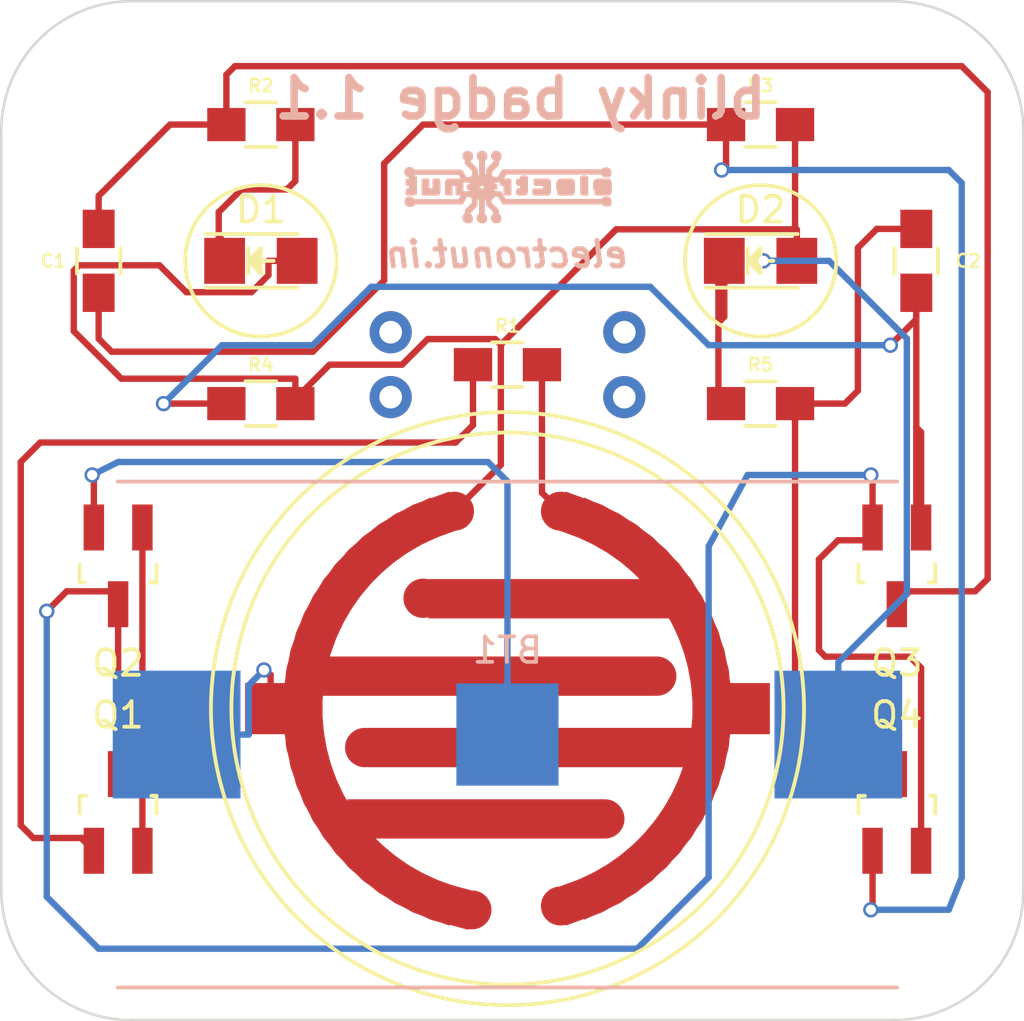
<source format=kicad_pcb>
(kicad_pcb (version 20171130) (host pcbnew "(5.1.12)-1")
  (layers (0 F.Cu signal) (31 B.Cu signal) (34 B.Paste user hide) (35 F.Paste user hide) (36 B.SilkS user hide) (37 F.SilkS user hide) (38 B.Mask user hide) (39 F.Mask user hide) (44 Edge.Cuts user))
  (net 0 "")
  (net 1 "Net-(C1-Pad1)")
  (net 2 "Net-(C1-Pad2)")
  (net 3 "Net-(C2-Pad1)")
  (net 4 "Net-(C2-Pad2)")
  (net 5 "Net-(D1-Pad1)")
  (net 6 "Net-(D2-Pad1)")
  (net 7 "Net-(Q1-Pad1)")
  (net 8 "Net-(Q1-Pad2)")
  (net 9 "Net-(Q1-Pad3)")
  (net 10 GND)
  (net 11 "Net-(R1-Pad1)")
  (net 12 VCC)
  (module bb:CR2032-SMD (layer B.Cu) (at 148.082 120.396)
    (fp_text reference BT1 (at 0 -3.302) (layer B.SilkS) (effects (justify mirror)))
    (fp_text value Battery hide)
    (pad 1 smd rect (at 12.95 0) (size 5 5) (layers B.Cu B.Paste B.Mask) (net 12 VCC))
    (pad 2 smd rect (at 0 0) (size 4 4) (layers B.Cu B.Paste B.Mask) (net 10 GND))
    (pad 1 smd rect (at -12.95 0) (size 5 5) (layers B.Cu B.Paste B.Mask) (net 12 VCC))
  )
  (module bb:H2-2.54 (layer F.Cu) (at 152.654 105.918)
    (fp_text reference J2_2 hide)
    (fp_text value Val** hide)
    (pad 1 thru_hole circle (at 0 -1.27) (size 1.651 1.651) (drill 0.889) (layers *.Cu *.Mask))
    (pad 2 thru_hole circle (at 0 1.27) (size 1.651 1.651) (drill 0.889) (layers *.Cu *.Mask))
  )
  (module bb:H2-2.54 (layer F.Cu) (at 143.51 105.918)
    (fp_text reference J2 hide)
    (fp_text value Val** hide)
    (pad 1 thru_hole circle (at 0 -1.27) (size 1.651 1.651) (drill 0.889) (layers *.Cu *.Mask))
    (pad 2 thru_hole circle (at 0 1.27) (size 1.651 1.651) (drill 0.889) (layers *.Cu *.Mask))
  )
  (module Capacitors_SMD:C_0805_HandSoldering (layer F.Cu) (at 132.08 101.854 90)
    (fp_text reference C1 (at 0 -1.778 180) (layer F.SilkS) (effects (font (size 0.5 0.5) (thickness 0.1))))
    (fp_text value 22uF hide)
    (pad 1 smd rect (at -1.25 0 90) (size 1.5 1.25) (layers F.Cu F.Paste F.Mask) (net 1 "Net-(C1-Pad1)"))
    (pad 2 smd rect (at 1.25 0 90) (size 1.5 1.25) (layers F.Cu F.Paste F.Mask) (net 2 "Net-(C1-Pad2)"))
  )
  (module Capacitors_SMD:C_0805_HandSoldering (layer F.Cu) (at 164.084 101.854 270)
    (fp_text reference C2 (at 0 -2.032) (layer F.SilkS) (effects (font (size 0.5 0.5) (thickness 0.1))))
    (fp_text value 22uF hide)
    (pad 1 smd rect (at -1.25 0 270) (size 1.5 1.25) (layers F.Cu F.Paste F.Mask) (net 3 "Net-(C2-Pad1)"))
    (pad 2 smd rect (at 1.25 0 270) (size 1.5 1.25) (layers F.Cu F.Paste F.Mask) (net 4 "Net-(C2-Pad2)"))
  )
  (module Resistors_SMD:R_0805_HandSoldering (layer F.Cu) (at 148.082 105.918 180)
    (fp_text reference R1 (at 0 1.524 180) (layer F.SilkS) (effects (font (size 0.5 0.5) (thickness 0.1))))
    (fp_text value 100k hide)
    (pad 1 smd rect (at -1.35 0 180) (size 1.5 1.3) (layers F.Cu F.Paste F.Mask) (net 11 "Net-(R1-Pad1)"))
    (pad 2 smd rect (at 1.35 0 180) (size 1.5 1.3) (layers F.Cu F.Paste F.Mask) (net 8 "Net-(Q1-Pad2)"))
  )
  (module Resistors_SMD:R_0805_HandSoldering (layer F.Cu) (at 138.43 96.52 180)
    (fp_text reference R2 (at 0 1.524 180) (layer F.SilkS) (effects (font (size 0.5 0.5) (thickness 0.1))))
    (fp_text value 100 hide)
    (pad 1 smd rect (at -1.35 0 180) (size 1.5 1.3) (layers F.Cu F.Paste F.Mask) (net 5 "Net-(D1-Pad1)"))
    (pad 2 smd rect (at 1.35 0 180) (size 1.5 1.3) (layers F.Cu F.Paste F.Mask) (net 2 "Net-(C1-Pad2)"))
  )
  (module Resistors_SMD:R_0805_HandSoldering (layer F.Cu) (at 157.988 96.52 180)
    (fp_text reference R3 (at 0 1.524 180) (layer F.SilkS) (effects (font (size 0.5 0.5) (thickness 0.1))))
    (fp_text value 47k hide)
    (pad 1 smd rect (at -1.35 0 180) (size 1.5 1.3) (layers F.Cu F.Paste F.Mask) (net 12 VCC))
    (pad 2 smd rect (at 1.35 0 180) (size 1.5 1.3) (layers F.Cu F.Paste F.Mask) (net 1 "Net-(C1-Pad1)"))
  )
  (module Resistors_SMD:R_0805_HandSoldering (layer F.Cu) (at 138.43 107.442 180)
    (fp_text reference R4 (at 0 1.524 180) (layer F.SilkS) (effects (font (size 0.5 0.5) (thickness 0.1))))
    (fp_text value 47k hide)
    (pad 1 smd rect (at -1.35 0 180) (size 1.5 1.3) (layers F.Cu F.Paste F.Mask) (net 12 VCC))
    (pad 2 smd rect (at 1.35 0 180) (size 1.5 1.3) (layers F.Cu F.Paste F.Mask) (net 4 "Net-(C2-Pad2)"))
  )
  (module Resistors_SMD:R_0805_HandSoldering (layer F.Cu) (at 157.988 107.442)
    (fp_text reference R5 (at 0 -1.524) (layer F.SilkS) (effects (font (size 0.5 0.5) (thickness 0.1))))
    (fp_text value 100 hide)
    (pad 1 smd rect (at -1.35 0) (size 1.5 1.3) (layers F.Cu F.Paste F.Mask) (net 6 "Net-(D2-Pad1)"))
    (pad 2 smd rect (at 1.35 0) (size 1.5 1.3) (layers F.Cu F.Paste F.Mask) (net 3 "Net-(C2-Pad1)"))
  )
  (module bb:TouchPlate-10mm (layer F.Cu) (at 148.082 119.38)
    (fp_text reference TP1 hide)
    (fp_text value Touch_Plate hide)
    (pad 2 smd rect (at 1.016 1.524) (size 13 1.54) (layers F.Cu F.Paste F.Mask) (net 11 "Net-(R1-Pad1)"))
    (pad 1 smd rect (at -0.762 -1.27) (size 13 1.54) (layers F.Cu F.Paste F.Mask) (net 12 VCC))
    (pad 1 smd rect (at -1.27 4.318) (size 10 1.54) (layers F.Cu F.Paste F.Mask) (net 12 VCC))
    (pad 1 smd rect (at -9.271 0) (size 2 2) (layers F.Cu F.Paste F.Mask) (net 12 VCC))
    (pad 2 smd circle (at 2.071 -7.727 255) (size 1.524 1.524) (layers F.Cu F.Paste F.Mask) (net 11 "Net-(R1-Pad1)"))
    (pad 2 smd rect (at 2.736 -7.518 250) (size 1.524 1.524) (layers F.Cu F.Paste F.Mask) (net 11 "Net-(R1-Pad1)"))
    (pad 2 smd rect (at 3.381 -7.25 245) (size 1.524 1.524) (layers F.Cu F.Paste F.Mask) (net 11 "Net-(R1-Pad1)"))
    (pad 2 smd rect (at 4 -6.928 240) (size 1.524 1.524) (layers F.Cu F.Paste F.Mask) (net 11 "Net-(R1-Pad1)"))
    (pad 2 smd rect (at 4.589 -6.553 235) (size 1.524 1.524) (layers F.Cu F.Paste F.Mask) (net 11 "Net-(R1-Pad1)"))
    (pad 2 smd rect (at 5.142 -6.128 230) (size 1.524 1.524) (layers F.Cu F.Paste F.Mask) (net 11 "Net-(R1-Pad1)"))
    (pad 2 smd rect (at 5.657 -5.657 225) (size 1.524 1.524) (layers F.Cu F.Paste F.Mask) (net 11 "Net-(R1-Pad1)"))
    (pad 2 smd rect (at 6.128 -5.142 220) (size 1.524 1.524) (layers F.Cu F.Paste F.Mask) (net 11 "Net-(R1-Pad1)"))
    (pad 2 smd rect (at 6.553 -4.589 215) (size 1.524 1.524) (layers F.Cu F.Paste F.Mask) (net 11 "Net-(R1-Pad1)"))
    (pad 2 smd rect (at 6.928 -4 210) (size 1.524 1.524) (layers F.Cu F.Paste F.Mask) (net 11 "Net-(R1-Pad1)"))
    (pad 2 smd rect (at 7.25 -3.381 205) (size 1.524 1.524) (layers F.Cu F.Paste F.Mask) (net 11 "Net-(R1-Pad1)"))
    (pad 2 smd rect (at 7.518 -2.736 200) (size 1.524 1.524) (layers F.Cu F.Paste F.Mask) (net 11 "Net-(R1-Pad1)"))
    (pad 2 smd rect (at 7.727 -2.071 195) (size 1.524 1.524) (layers F.Cu F.Paste F.Mask) (net 11 "Net-(R1-Pad1)"))
    (pad 2 smd rect (at 7.878 -1.389 190) (size 1.524 1.524) (layers F.Cu F.Paste F.Mask) (net 11 "Net-(R1-Pad1)"))
    (pad 2 smd rect (at 7.97 -0.697 185) (size 1.524 1.524) (layers F.Cu F.Paste F.Mask) (net 11 "Net-(R1-Pad1)"))
    (pad 2 smd rect (at 8 0 180) (size 1.524 1.524) (layers F.Cu F.Paste F.Mask) (net 11 "Net-(R1-Pad1)"))
    (pad 2 smd rect (at 7.97 0.697 175) (size 1.524 1.524) (layers F.Cu F.Paste F.Mask) (net 11 "Net-(R1-Pad1)"))
    (pad 2 smd rect (at 7.878 1.389 170) (size 1.524 1.524) (layers F.Cu F.Paste F.Mask) (net 11 "Net-(R1-Pad1)"))
    (pad 2 smd rect (at 7.727 2.071 165) (size 1.524 1.524) (layers F.Cu F.Paste F.Mask) (net 11 "Net-(R1-Pad1)"))
    (pad 2 smd rect (at 7.518 2.736 160) (size 1.524 1.524) (layers F.Cu F.Paste F.Mask) (net 11 "Net-(R1-Pad1)"))
    (pad 2 smd rect (at 7.25 3.381 155) (size 1.524 1.524) (layers F.Cu F.Paste F.Mask) (net 11 "Net-(R1-Pad1)"))
    (pad 2 smd rect (at 6.928 4 150) (size 1.524 1.524) (layers F.Cu F.Paste F.Mask) (net 11 "Net-(R1-Pad1)"))
    (pad 2 smd rect (at 6.553 4.589 145) (size 1.524 1.524) (layers F.Cu F.Paste F.Mask) (net 11 "Net-(R1-Pad1)"))
    (pad 2 smd rect (at 6.128 5.142 140) (size 1.524 1.524) (layers F.Cu F.Paste F.Mask) (net 11 "Net-(R1-Pad1)"))
    (pad 2 smd rect (at 5.657 5.657 135) (size 1.524 1.524) (layers F.Cu F.Paste F.Mask) (net 11 "Net-(R1-Pad1)"))
    (pad 2 smd rect (at 5.142 6.128 130) (size 1.524 1.524) (layers F.Cu F.Paste F.Mask) (net 11 "Net-(R1-Pad1)"))
    (pad 2 smd rect (at 4.589 6.553 125) (size 1.524 1.524) (layers F.Cu F.Paste F.Mask) (net 11 "Net-(R1-Pad1)"))
    (pad 2 smd rect (at 4 6.928 120) (size 1.524 1.524) (layers F.Cu F.Paste F.Mask) (net 11 "Net-(R1-Pad1)"))
    (pad 2 smd rect (at 3.381 7.25 115) (size 1.524 1.524) (layers F.Cu F.Paste F.Mask) (net 11 "Net-(R1-Pad1)"))
    (pad 2 smd rect (at 2.736 7.518 110) (size 1.524 1.524) (layers F.Cu F.Paste F.Mask) (net 11 "Net-(R1-Pad1)"))
    (pad 2 smd circle (at 2.071 7.727 105) (size 1.524 1.524) (layers F.Cu F.Paste F.Mask) (net 11 "Net-(R1-Pad1)"))
    (pad 1 smd circle (at -1.389 7.878 80) (size 1.524 1.524) (layers F.Cu F.Paste F.Mask) (net 12 VCC))
    (pad 1 smd rect (at -2.071 7.727 75) (size 1.524 1.524) (layers F.Cu F.Paste F.Mask) (net 12 VCC))
    (pad 1 smd rect (at -2.736 7.518 70) (size 1.524 1.524) (layers F.Cu F.Paste F.Mask) (net 12 VCC))
    (pad 1 smd rect (at -3.381 7.25 65) (size 1.524 1.524) (layers F.Cu F.Paste F.Mask) (net 12 VCC))
    (pad 1 smd rect (at -4 6.928 60) (size 1.524 1.524) (layers F.Cu F.Paste F.Mask) (net 12 VCC))
    (pad 1 smd rect (at -4.589 6.553 55) (size 1.524 1.524) (layers F.Cu F.Paste F.Mask) (net 12 VCC))
    (pad 1 smd rect (at -5.142 6.128 50) (size 1.524 1.524) (layers F.Cu F.Paste F.Mask) (net 12 VCC))
    (pad 1 smd rect (at -5.657 5.657 45) (size 1.524 1.524) (layers F.Cu F.Paste F.Mask) (net 12 VCC))
    (pad 1 smd rect (at -6.128 5.142 40) (size 1.524 1.524) (layers F.Cu F.Paste F.Mask) (net 12 VCC))
    (pad 1 smd rect (at -6.553 4.589 35) (size 1.524 1.524) (layers F.Cu F.Paste F.Mask) (net 12 VCC))
    (pad 1 smd rect (at -6.928 4 30) (size 1.524 1.524) (layers F.Cu F.Paste F.Mask) (net 12 VCC))
    (pad 1 smd rect (at -7.25 3.381 25) (size 1.524 1.524) (layers F.Cu F.Paste F.Mask) (net 12 VCC))
    (pad 1 smd rect (at -7.518 2.736 20) (size 1.524 1.524) (layers F.Cu F.Paste F.Mask) (net 12 VCC))
    (pad 1 smd rect (at -7.727 2.071 15) (size 1.524 1.524) (layers F.Cu F.Paste F.Mask) (net 12 VCC))
    (pad 1 smd rect (at -7.878 1.389 10) (size 1.524 1.524) (layers F.Cu F.Paste F.Mask) (net 12 VCC))
    (pad 1 smd rect (at -7.97 0.697 5) (size 1.524 1.524) (layers F.Cu F.Paste F.Mask) (net 12 VCC))
    (pad 1 smd rect (at -8 0) (size 1.524 1.524) (layers F.Cu F.Paste F.Mask) (net 12 VCC))
    (pad 1 smd rect (at -7.97 -0.697 355) (size 1.524 1.524) (layers F.Cu F.Paste F.Mask) (net 12 VCC))
    (pad 1 smd rect (at -7.878 -1.389 350) (size 1.524 1.524) (layers F.Cu F.Paste F.Mask) (net 12 VCC))
    (pad 1 smd rect (at -7.727 -2.071 345) (size 1.524 1.524) (layers F.Cu F.Paste F.Mask) (net 12 VCC))
    (pad 1 smd rect (at -7.518 -2.736 340) (size 1.524 1.524) (layers F.Cu F.Paste F.Mask) (net 12 VCC))
    (pad 1 smd rect (at -7.25 -3.381 335) (size 1.524 1.524) (layers F.Cu F.Paste F.Mask) (net 12 VCC))
    (pad 1 smd rect (at -6.928 -4 330) (size 1.524 1.524) (layers F.Cu F.Paste F.Mask) (net 12 VCC))
    (pad 1 smd rect (at -6.553 -4.589 325) (size 1.524 1.524) (layers F.Cu F.Paste F.Mask) (net 12 VCC))
    (pad 1 smd rect (at -6.128 -5.142 320) (size 1.524 1.524) (layers F.Cu F.Paste F.Mask) (net 12 VCC))
    (pad 1 smd rect (at -5.657 -5.657 315) (size 1.524 1.524) (layers F.Cu F.Paste F.Mask) (net 12 VCC))
    (pad 1 smd rect (at -5.142 -6.128 310) (size 1.524 1.524) (layers F.Cu F.Paste F.Mask) (net 12 VCC))
    (pad 1 smd rect (at -4.589 -6.553 305) (size 1.524 1.524) (layers F.Cu F.Paste F.Mask) (net 12 VCC))
    (pad 1 smd rect (at -4 -6.928 300) (size 1.524 1.524) (layers F.Cu F.Paste F.Mask) (net 12 VCC))
    (pad 1 smd rect (at -3.381 -7.25 295) (size 1.524 1.524) (layers F.Cu F.Paste F.Mask) (net 12 VCC))
    (pad 1 smd rect (at -2.736 -7.518 290) (size 1.524 1.524) (layers F.Cu F.Paste F.Mask) (net 12 VCC))
    (pad 1 smd circle (at -2.071 -7.727 285) (size 1.524 1.524) (layers F.Cu F.Paste F.Mask) (net 12 VCC))
    (pad 2 smd rect (at 9.271 0) (size 2 2) (layers F.Cu F.Paste F.Mask) (net 11 "Net-(R1-Pad1)"))
    (pad 2 smd rect (at 1.9 -4.3) (size 10 1.54) (layers F.Cu F.Paste F.Mask) (net 11 "Net-(R1-Pad1)"))
    (pad 2 smd circle (at -3.302 -4.318) (size 1.54 1.54) (layers F.Cu F.Paste F.Mask) (net 11 "Net-(R1-Pad1)"))
    (pad 2 smd circle (at -5.588 1.524) (size 1.54 1.54) (layers F.Cu F.Paste F.Mask) (net 11 "Net-(R1-Pad1)"))
    (pad 1 smd circle (at 3.81 4.318) (size 1.54 1.54) (layers F.Cu F.Paste F.Mask) (net 12 VCC))
    (pad 1 smd circle (at 5.842 -1.27) (size 1.54 1.54) (layers F.Cu F.Paste F.Mask) (net 12 VCC))
  )
  (module bb:LOGO_electronut (layer B.Cu) (at 152.146 100.33 180)
    (fp_text reference U$2 hide)
    (fp_text value LOGO hide)
  )
  (module bb:LED-1206 (layer F.Cu) (at 138.43 101.854)
    (fp_text reference D1 (at 0 -2) (layer F.SilkS))
    (fp_text value LED hide)
    (pad 2 smd rect (at 1.41986 0 180) (size 1.59766 1.80086) (layers F.Cu F.Paste F.Mask) (net 12 VCC))
    (pad 1 smd rect (at -1.41986 0 180) (size 1.59766 1.80086) (layers F.Cu F.Paste F.Mask) (net 5 "Net-(D1-Pad1)"))
  )
  (module bb:LED-1206 (layer F.Cu) (at 157.988 101.854)
    (fp_text reference D2 (at 0 -2) (layer F.SilkS))
    (fp_text value LED hide)
    (pad 2 smd rect (at 1.41986 0 180) (size 1.59766 1.80086) (layers F.Cu F.Paste F.Mask) (net 12 VCC))
    (pad 1 smd rect (at -1.41986 0 180) (size 1.59766 1.80086) (layers F.Cu F.Paste F.Mask) (net 6 "Net-(D2-Pad1)"))
  )
  (module bb:SOT-23_Handsoldering (layer F.Cu) (at 132.842 123.444)
    (fp_text reference Q1 (at 0 -3.81) (layer F.SilkS))
    (fp_text value MMBT2222 hide)
    (pad 2 smd rect (at -0.95 1.50114) (size 0.8001 1.80086) (layers F.Cu F.Paste F.Mask) (net 8 "Net-(Q1-Pad2)"))
    (pad 3 smd rect (at 0.95 1.50114) (size 0.8001 1.80086) (layers F.Cu F.Paste F.Mask) (net 9 "Net-(Q1-Pad3)"))
    (pad 1 smd rect (at 0 -1.50114) (size 0.8001 1.80086) (layers F.Cu F.Paste F.Mask) (net 7 "Net-(Q1-Pad1)"))
  )
  (module bb:SOT-23_Handsoldering (layer F.Cu) (at 132.842 113.792 180)
    (fp_text reference Q2 (at 0 -3.81 180) (layer F.SilkS))
    (fp_text value MMBT2222 hide)
    (pad 2 smd rect (at -0.95 1.50114 180) (size 0.8001 1.80086) (layers F.Cu F.Paste F.Mask) (net 9 "Net-(Q1-Pad3)"))
    (pad 3 smd rect (at 0.95 1.50114 180) (size 0.8001 1.80086) (layers F.Cu F.Paste F.Mask) (net 10 GND))
    (pad 1 smd rect (at 0 -1.50114 180) (size 0.8001 1.80086) (layers F.Cu F.Paste F.Mask) (net 7 "Net-(Q1-Pad1)"))
  )
  (module bb:SOT-23_Handsoldering (layer F.Cu) (at 163.322 113.792 180)
    (fp_text reference Q3 (at 0 -3.81 180) (layer F.SilkS))
    (fp_text value MMBT2222 hide)
    (pad 2 smd rect (at -0.95 1.50114 180) (size 0.8001 1.80086) (layers F.Cu F.Paste F.Mask) (net 4 "Net-(C2-Pad2)"))
    (pad 3 smd rect (at 0.95 1.50114 180) (size 0.8001 1.80086) (layers F.Cu F.Paste F.Mask) (net 7 "Net-(Q1-Pad1)"))
    (pad 1 smd rect (at 0 -1.50114 180) (size 0.8001 1.80086) (layers F.Cu F.Paste F.Mask) (net 2 "Net-(C1-Pad2)"))
  )
  (module bb:SOT-23_Handsoldering (layer F.Cu) (at 163.322 123.444)
    (fp_text reference Q4 (at 0 -3.81) (layer F.SilkS))
    (fp_text value MMBT2222 hide)
    (pad 2 smd rect (at -0.95 1.50114) (size 0.8001 1.80086) (layers F.Cu F.Paste F.Mask) (net 1 "Net-(C1-Pad1)"))
    (pad 3 smd rect (at 0.95 1.50114) (size 0.8001 1.80086) (layers F.Cu F.Paste F.Mask) (net 7 "Net-(Q1-Pad1)"))
    (pad 1 smd rect (at 0 -1.50114) (size 0.8001 1.80086) (layers F.Cu F.Paste F.Mask) (net 3 "Net-(C2-Pad1)"))
  )
  (gr_text electronut.in (at 148.082 101.6) (layer B.SilkS) (effects (font (size 1 1) (thickness 0.2) italic) (justify mirror)))
  (gr_text "blinky badge 1.1" (at 148.59 95.504) (layer B.SilkS) (effects (font (size 1.5 1.5) (thickness 0.3)) (justify mirror)))
  (gr_line (start 133.223 91.694) (end 163.195 91.694) (angle 90) (layer Edge.Cuts) (width 0.1))
  (gr_line (start 128.27 126.492) (end 128.27 96.901) (angle 90) (layer Edge.Cuts) (width 0.1))
  (gr_line (start 163.195 131.572) (end 133.35 131.572) (angle 90) (layer Edge.Cuts) (width 0.1))
  (gr_line (start 168.275 96.774) (end 168.275 126.492) (angle 90) (layer Edge.Cuts) (width 0.1))
  (gr_arc (start 133.35 126.492) (end 133.35 131.572) (angle 90) (layer Edge.Cuts) (width 0.1))
  (gr_arc (start 163.195 126.492) (end 168.275 126.492) (angle 90) (layer Edge.Cuts) (width 0.1))
  (gr_arc (start 163.195 96.774) (end 163.195 91.694) (angle 90) (layer Edge.Cuts) (width 0.1))
  (gr_arc (start 133.35 96.774) (end 128.27 96.901) (angle 90) (layer Edge.Cuts) (width 0.1))
  (segment (start 162.372 124.9451) (end 162.372 124.445) (width 0.25) (layer F.Cu) (net 1))
  (segment (start 162.306 127.254) (end 162.372 127.188) (width 0.25) (layer F.Cu) (net 1))
  (segment (start 162.372 127.188) (end 162.372 124.9451) (width 0.25) (layer F.Cu) (net 1))
  (segment (start 132.08 103.104) (end 132.08 104.902) (width 0.25) (layer F.Cu) (net 1))
  (segment (start 132.08 104.902) (end 132.588 105.41) (width 0.25) (layer F.Cu) (net 1))
  (segment (start 132.588 105.41) (end 140.462 105.41) (width 0.25) (layer F.Cu) (net 1))
  (segment (start 140.462 105.41) (end 143.256 102.616) (width 0.25) (layer F.Cu) (net 1))
  (segment (start 143.256 102.616) (end 143.256 98.044) (width 0.25) (layer F.Cu) (net 1))
  (segment (start 143.256 98.044) (end 144.78 96.52) (width 0.25) (layer F.Cu) (net 1))
  (segment (start 144.78 96.52) (end 156.638 96.52) (width 0.25) (layer F.Cu) (net 1))
  (segment (start 156.638 96.52) (end 156.638 98.124) (width 0.25) (layer F.Cu) (net 1))
  (segment (start 156.638 98.124) (end 156.464 98.298) (width 0.25) (layer F.Cu) (net 1))
  (segment (start 156.464 98.298) (end 165.354 98.298) (width 0.25) (layer B.Cu) (net 1))
  (segment (start 165.354 98.298) (end 165.862 98.806) (width 0.25) (layer B.Cu) (net 1))
  (segment (start 165.862 98.806) (end 165.862 125.984) (width 0.25) (layer B.Cu) (net 1))
  (segment (start 165.862 125.984) (end 165.354 127.254) (width 0.25) (layer B.Cu) (net 1))
  (segment (start 165.354 127.254) (end 162.306 127.254) (width 0.25) (layer B.Cu) (net 1))
  (via (at 156.464 98.298) (size 0.6) (layers F.Cu B.Cu) (net 1))
  (via (at 162.306 127.254) (size 0.6) (layers F.Cu B.Cu) (net 1))
  (segment (start 163.8251 114.79) (end 163.322 115.2931) (width 0.25) (layer F.Cu) (net 2))
  (segment (start 137.08 96.52) (end 137.08 94.568) (width 0.25) (layer F.Cu) (net 2))
  (segment (start 137.08 94.568) (end 137.414 94.234) (width 0.25) (layer F.Cu) (net 2))
  (segment (start 137.414 94.234) (end 165.862 94.234) (width 0.25) (layer F.Cu) (net 2))
  (segment (start 165.862 94.234) (end 166.878 95.25) (width 0.25) (layer F.Cu) (net 2))
  (segment (start 166.878 95.25) (end 166.878 114.3) (width 0.25) (layer F.Cu) (net 2))
  (segment (start 166.878 114.3) (end 166.388 114.79) (width 0.25) (layer F.Cu) (net 2))
  (segment (start 166.388 114.79) (end 163.8251 114.79) (width 0.25) (layer F.Cu) (net 2))
  (segment (start 163.8251 114.79) (end 163.322 114.79) (width 0.25) (layer F.Cu) (net 2))
  (segment (start 132.08 100.604) (end 132.08 99.314) (width 0.25) (layer F.Cu) (net 2))
  (segment (start 132.08 99.314) (end 134.874 96.52) (width 0.25) (layer F.Cu) (net 2))
  (segment (start 134.874 96.52) (end 137.08 96.52) (width 0.25) (layer F.Cu) (net 2))
  (segment (start 162.8189 122.446) (end 163.322 121.9429) (width 0.25) (layer F.Cu) (net 3))
  (segment (start 162.8189 122.446) (end 161.054 122.446) (width 0.25) (layer F.Cu) (net 3))
  (segment (start 161.054 122.446) (end 159.338 120.73) (width 0.25) (layer F.Cu) (net 3))
  (segment (start 159.338 120.73) (end 159.338 107.442) (width 0.25) (layer F.Cu) (net 3))
  (segment (start 163.322 122.446) (end 162.8189 122.446) (width 0.25) (layer F.Cu) (net 3))
  (segment (start 164.084 100.604) (end 162.54 100.604) (width 0.25) (layer F.Cu) (net 3))
  (segment (start 162.54 100.604) (end 161.798 101.346) (width 0.25) (layer F.Cu) (net 3))
  (segment (start 161.798 101.346) (end 161.798 106.934) (width 0.25) (layer F.Cu) (net 3))
  (segment (start 161.798 106.934) (end 161.29 107.442) (width 0.25) (layer F.Cu) (net 3))
  (segment (start 161.29 107.442) (end 159.338 107.442) (width 0.25) (layer F.Cu) (net 3))
  (segment (start 164.084 108.3715) (end 164.272 108.5595) (width 0.25) (layer F.Cu) (net 4))
  (segment (start 164.272 108.5595) (end 164.272 112.2909) (width 0.25) (layer F.Cu) (net 4))
  (segment (start 164.084 108.3715) (end 164.084 112.603) (width 0.25) (layer F.Cu) (net 4))
  (segment (start 164.084 112.603) (end 164.272 112.791) (width 0.25) (layer F.Cu) (net 4))
  (segment (start 164.084 104.14) (end 164.084 108.3715) (width 0.25) (layer F.Cu) (net 4))
  (segment (start 164.084 103.104) (end 164.084 104.14) (width 0.25) (layer F.Cu) (net 4))
  (segment (start 134.62 107.442) (end 136.906 105.156) (width 0.25) (layer B.Cu) (net 4))
  (segment (start 136.906 105.156) (end 140.462 105.156) (width 0.25) (layer B.Cu) (net 4))
  (segment (start 140.462 105.156) (end 142.748 102.87) (width 0.25) (layer B.Cu) (net 4))
  (segment (start 142.748 102.87) (end 153.67 102.87) (width 0.25) (layer B.Cu) (net 4))
  (segment (start 153.67 102.87) (end 155.956 105.156) (width 0.25) (layer B.Cu) (net 4))
  (segment (start 155.956 105.156) (end 163.068 105.156) (width 0.25) (layer B.Cu) (net 4))
  (segment (start 163.068 105.156) (end 164.084 104.14) (width 0.25) (layer F.Cu) (net 4))
  (segment (start 164.084 104.14) (end 164.084 103.104) (width 0.25) (layer F.Cu) (net 4))
  (segment (start 137.08 107.442) (end 134.62 107.442) (width 0.25) (layer F.Cu) (net 4))
  (via (at 134.62 107.442) (size 0.6) (layers F.Cu B.Cu) (net 4))
  (via (at 163.068 105.156) (size 0.6) (layers F.Cu B.Cu) (net 4))
  (segment (start 136.78 100.901) (end 137.0101 101.1311) (width 0.25) (layer F.Cu) (net 5))
  (segment (start 137.0101 101.1311) (end 137.0101 101.854) (width 0.25) (layer F.Cu) (net 5))
  (segment (start 136.78 100.901) (end 136.78 101.854) (width 0.25) (layer F.Cu) (net 5))
  (segment (start 139.78 96.52) (end 139.78 98.726) (width 0.25) (layer F.Cu) (net 5))
  (segment (start 139.78 98.726) (end 139.446 99.06) (width 0.25) (layer F.Cu) (net 5))
  (segment (start 139.446 99.06) (end 137.668 99.06) (width 0.25) (layer F.Cu) (net 5))
  (segment (start 137.668 99.06) (end 136.78 99.948) (width 0.25) (layer F.Cu) (net 5))
  (segment (start 136.78 99.948) (end 136.78 100.901) (width 0.25) (layer F.Cu) (net 5))
  (segment (start 156.338 104.273) (end 156.5681 104.0429) (width 0.25) (layer F.Cu) (net 6))
  (segment (start 156.5681 104.0429) (end 156.5681 101.854) (width 0.25) (layer F.Cu) (net 6))
  (segment (start 156.338 104.273) (end 156.338 107.142) (width 0.25) (layer F.Cu) (net 6))
  (segment (start 156.338 107.142) (end 156.638 107.442) (width 0.25) (layer F.Cu) (net 6))
  (segment (start 156.338 101.854) (end 156.338 104.273) (width 0.25) (layer F.Cu) (net 6))
  (segment (start 164.272 124.445) (end 164.272 124.9451) (width 0.25) (layer F.Cu) (net 7))
  (segment (start 162.372 112.2909) (end 162.372 112.791) (width 0.25) (layer F.Cu) (net 7))
  (segment (start 162.372 112.791) (end 161.021 112.791) (width 0.25) (layer F.Cu) (net 7))
  (segment (start 161.021 112.791) (end 160.274 113.538) (width 0.25) (layer F.Cu) (net 7))
  (segment (start 160.274 113.538) (end 160.274 117.094) (width 0.25) (layer F.Cu) (net 7))
  (segment (start 160.274 117.094) (end 160.528 117.348) (width 0.25) (layer F.Cu) (net 7))
  (segment (start 160.528 117.348) (end 163.83 117.348) (width 0.25) (layer F.Cu) (net 7))
  (segment (start 163.83 117.348) (end 164.272 117.79) (width 0.25) (layer F.Cu) (net 7))
  (segment (start 164.272 117.79) (end 164.272 124.445) (width 0.25) (layer F.Cu) (net 7))
  (segment (start 132.842 121.9429) (end 132.842 115.2931) (width 0.25) (layer F.Cu) (net 7))
  (segment (start 132.842 122.446) (end 132.842 121.9429) (width 0.25) (layer F.Cu) (net 7))
  (segment (start 162.306 110.236) (end 162.372 110.302) (width 0.25) (layer F.Cu) (net 7))
  (segment (start 162.372 110.302) (end 162.372 112.2909) (width 0.25) (layer F.Cu) (net 7))
  (segment (start 130.048 115.57) (end 130.048 126.746) (width 0.25) (layer B.Cu) (net 7))
  (segment (start 130.048 126.746) (end 132.08 128.778) (width 0.25) (layer B.Cu) (net 7))
  (segment (start 132.08 128.778) (end 153.162 128.778) (width 0.25) (layer B.Cu) (net 7))
  (segment (start 153.162 128.778) (end 155.956 125.984) (width 0.25) (layer B.Cu) (net 7))
  (segment (start 155.956 125.984) (end 155.956 113.03) (width 0.25) (layer B.Cu) (net 7))
  (segment (start 155.956 113.03) (end 157.48 110.236) (width 0.25) (layer B.Cu) (net 7))
  (segment (start 157.48 110.236) (end 162.306 110.236) (width 0.25) (layer B.Cu) (net 7))
  (segment (start 132.842 115.2931) (end 132.842 114.79) (width 0.25) (layer F.Cu) (net 7))
  (segment (start 132.842 114.79) (end 130.828 114.79) (width 0.25) (layer F.Cu) (net 7))
  (segment (start 130.828 114.79) (end 130.048 115.57) (width 0.25) (layer F.Cu) (net 7))
  (via (at 162.306 110.236) (size 0.6) (layers F.Cu B.Cu) (net 7))
  (via (at 130.048 115.57) (size 0.6) (layers F.Cu B.Cu) (net 7))
  (segment (start 131.3919 124.445) (end 131.892 124.9451) (width 0.25) (layer F.Cu) (net 8))
  (segment (start 131.3919 124.445) (end 131.892 124.445) (width 0.25) (layer F.Cu) (net 8))
  (segment (start 146.732 105.918) (end 146.732 108.284) (width 0.25) (layer F.Cu) (net 8))
  (segment (start 146.732 108.284) (end 146.05 108.966) (width 0.25) (layer F.Cu) (net 8))
  (segment (start 146.05 108.966) (end 129.794 108.966) (width 0.25) (layer F.Cu) (net 8))
  (segment (start 129.794 108.966) (end 129.032 109.728) (width 0.25) (layer F.Cu) (net 8))
  (segment (start 129.032 109.728) (end 129.032 123.952) (width 0.25) (layer F.Cu) (net 8))
  (segment (start 129.032 123.952) (end 129.525 124.445) (width 0.25) (layer F.Cu) (net 8))
  (segment (start 129.525 124.445) (end 131.3919 124.445) (width 0.25) (layer F.Cu) (net 8))
  (segment (start 133.792 124.445) (end 133.792 124.9451) (width 0.25) (layer F.Cu) (net 9))
  (segment (start 133.792 112.791) (end 133.792 124.445) (width 0.25) (layer F.Cu) (net 9))
  (segment (start 133.792 112.791) (end 133.792 112.2909) (width 0.25) (layer F.Cu) (net 9))
  (segment (start 131.892 112.791) (end 131.892 112.2909) (width 0.25) (layer F.Cu) (net 10))
  (segment (start 131.892 112.2909) (end 131.892 110.302) (width 0.25) (layer F.Cu) (net 10))
  (segment (start 131.892 110.302) (end 131.826 110.236) (width 0.25) (layer F.Cu) (net 10))
  (segment (start 131.826 110.236) (end 132.842 109.728) (width 0.25) (layer B.Cu) (net 10))
  (segment (start 132.842 109.728) (end 147.32 109.728) (width 0.25) (layer B.Cu) (net 10))
  (segment (start 147.32 109.728) (end 148.082 110.49) (width 0.25) (layer B.Cu) (net 10))
  (segment (start 148.082 110.49) (end 148.082 120.396) (width 0.25) (layer B.Cu) (net 10))
  (via (at 131.826 110.236) (size 0.6) (layers F.Cu B.Cu) (net 10))
  (segment (start 155.809 121.3755) (end 149.5695 121.3755) (width 0.25) (layer F.Cu) (net 11))
  (segment (start 149.5695 121.3755) (end 149.098 120.904) (width 0.25) (layer F.Cu) (net 11))
  (segment (start 155.96 120.769) (end 155.96 121.2245) (width 0.25) (layer F.Cu) (net 11))
  (segment (start 155.96 121.2245) (end 155.809 121.3755) (width 0.25) (layer F.Cu) (net 11))
  (segment (start 155.809 121.451) (end 155.809 121.3755) (width 0.25) (layer F.Cu) (net 11))
  (segment (start 151.463 112.13) (end 151.086 112.13) (width 0.25) (layer F.Cu) (net 11))
  (segment (start 151.086 112.13) (end 150.818 111.862) (width 0.25) (layer F.Cu) (net 11))
  (segment (start 152.082 112.452) (end 151.785 112.452) (width 0.25) (layer F.Cu) (net 11))
  (segment (start 151.785 112.452) (end 151.463 112.13) (width 0.25) (layer F.Cu) (net 11))
  (segment (start 152.671 112.827) (end 152.457 112.827) (width 0.25) (layer F.Cu) (net 11))
  (segment (start 152.457 112.827) (end 152.082 112.452) (width 0.25) (layer F.Cu) (net 11))
  (segment (start 153.224 113.252) (end 153.096 113.252) (width 0.25) (layer F.Cu) (net 11))
  (segment (start 153.096 113.252) (end 152.671 112.827) (width 0.25) (layer F.Cu) (net 11))
  (segment (start 153.739 113.723) (end 153.695 113.723) (width 0.25) (layer F.Cu) (net 11))
  (segment (start 153.695 113.723) (end 153.224 113.252) (width 0.25) (layer F.Cu) (net 11))
  (segment (start 154.21 114.238) (end 153.739 113.767) (width 0.25) (layer F.Cu) (net 11))
  (segment (start 153.739 113.767) (end 153.739 113.723) (width 0.25) (layer F.Cu) (net 11))
  (segment (start 154.635 114.791) (end 154.624 114.791) (width 0.25) (layer F.Cu) (net 11))
  (segment (start 154.624 114.791) (end 154.1344 114.3014) (width 0.25) (layer F.Cu) (net 11))
  (segment (start 155.01 115.38) (end 154.635 115.005) (width 0.25) (layer F.Cu) (net 11))
  (segment (start 154.635 115.005) (end 154.635 114.791) (width 0.25) (layer F.Cu) (net 11))
  (segment (start 154.1344 114.3014) (end 153.3044 114.9979) (width 0.25) (layer F.Cu) (net 11))
  (segment (start 154.21 114.238) (end 154.1344 114.3014) (width 0.25) (layer F.Cu) (net 11))
  (segment (start 155.332 115.999) (end 155.01 115.677) (width 0.25) (layer F.Cu) (net 11))
  (segment (start 155.01 115.677) (end 155.01 115.38) (width 0.25) (layer F.Cu) (net 11))
  (segment (start 155.6 116.644) (end 155.332 116.376) (width 0.25) (layer F.Cu) (net 11))
  (segment (start 155.332 116.376) (end 155.332 115.999) (width 0.25) (layer F.Cu) (net 11))
  (segment (start 155.809 117.309) (end 155.809 116.853) (width 0.25) (layer F.Cu) (net 11))
  (segment (start 155.809 116.853) (end 155.6 116.644) (width 0.25) (layer F.Cu) (net 11))
  (segment (start 155.96 117.991) (end 155.809 117.84) (width 0.25) (layer F.Cu) (net 11))
  (segment (start 155.809 117.84) (end 155.809 117.309) (width 0.25) (layer F.Cu) (net 11))
  (segment (start 156.052 118.683) (end 155.96 118.591) (width 0.25) (layer F.Cu) (net 11))
  (segment (start 155.96 118.591) (end 155.96 117.991) (width 0.25) (layer F.Cu) (net 11))
  (segment (start 156.082 119.38) (end 156.082 118.713) (width 0.25) (layer F.Cu) (net 11))
  (segment (start 156.082 118.713) (end 156.052 118.683) (width 0.25) (layer F.Cu) (net 11))
  (segment (start 156.052 120.077) (end 156.082 120.047) (width 0.25) (layer F.Cu) (net 11))
  (segment (start 156.082 120.047) (end 156.082 119.38) (width 0.25) (layer F.Cu) (net 11))
  (segment (start 155.96 120.769) (end 156.052 120.677) (width 0.25) (layer F.Cu) (net 11))
  (segment (start 156.052 120.677) (end 156.052 120.077) (width 0.25) (layer F.Cu) (net 11))
  (segment (start 155.6 122.116) (end 155.809 121.907) (width 0.25) (layer F.Cu) (net 11))
  (segment (start 155.809 121.907) (end 155.809 121.451) (width 0.25) (layer F.Cu) (net 11))
  (segment (start 155.332 122.761) (end 155.6 122.493) (width 0.25) (layer F.Cu) (net 11))
  (segment (start 155.6 122.493) (end 155.6 122.116) (width 0.25) (layer F.Cu) (net 11))
  (segment (start 155.01 123.38) (end 155.332 123.058) (width 0.25) (layer F.Cu) (net 11))
  (segment (start 155.332 123.058) (end 155.332 122.761) (width 0.25) (layer F.Cu) (net 11))
  (segment (start 154.635 123.969) (end 155.01 123.594) (width 0.25) (layer F.Cu) (net 11))
  (segment (start 155.01 123.594) (end 155.01 123.38) (width 0.25) (layer F.Cu) (net 11))
  (segment (start 154.21 124.522) (end 154.21 124.394) (width 0.25) (layer F.Cu) (net 11))
  (segment (start 154.21 124.394) (end 154.635 123.969) (width 0.25) (layer F.Cu) (net 11))
  (segment (start 153.739 125.037) (end 154.21 124.566) (width 0.25) (layer F.Cu) (net 11))
  (segment (start 154.21 124.566) (end 154.21 124.522) (width 0.25) (layer F.Cu) (net 11))
  (segment (start 153.224 125.508) (end 153.268 125.508) (width 0.25) (layer F.Cu) (net 11))
  (segment (start 153.268 125.508) (end 153.739 125.037) (width 0.25) (layer F.Cu) (net 11))
  (segment (start 152.671 125.933) (end 152.799 125.933) (width 0.25) (layer F.Cu) (net 11))
  (segment (start 152.799 125.933) (end 153.224 125.508) (width 0.25) (layer F.Cu) (net 11))
  (segment (start 152.082 126.308) (end 152.296 126.308) (width 0.25) (layer F.Cu) (net 11))
  (segment (start 152.296 126.308) (end 152.671 125.933) (width 0.25) (layer F.Cu) (net 11))
  (segment (start 151.463 126.63) (end 151.76 126.63) (width 0.25) (layer F.Cu) (net 11))
  (segment (start 151.76 126.63) (end 152.082 126.308) (width 0.25) (layer F.Cu) (net 11))
  (segment (start 150.818 126.898) (end 151.195 126.898) (width 0.25) (layer F.Cu) (net 11))
  (segment (start 151.195 126.898) (end 151.463 126.63) (width 0.25) (layer F.Cu) (net 11))
  (segment (start 150.153 127.107) (end 150.609 127.107) (width 0.25) (layer F.Cu) (net 11))
  (segment (start 150.609 127.107) (end 150.818 126.898) (width 0.25) (layer F.Cu) (net 11))
  (segment (start 157.353 119.38) (end 156.082 119.38) (width 0.25) (layer F.Cu) (net 11))
  (segment (start 149.982 115.071) (end 153.2313 115.071) (width 0.25) (layer F.Cu) (net 11))
  (segment (start 153.2313 115.071) (end 153.3044 114.9979) (width 0.25) (layer F.Cu) (net 11))
  (segment (start 144.78 115.062) (end 149.973 115.062) (width 0.25) (layer F.Cu) (net 11))
  (segment (start 149.973 115.062) (end 149.982 115.071) (width 0.25) (layer F.Cu) (net 11))
  (segment (start 149.982 115.071) (end 149.982 115.08) (width 0.25) (layer F.Cu) (net 11))
  (segment (start 142.494 120.904) (end 149.098 120.904) (width 0.25) (layer F.Cu) (net 11))
  (segment (start 149.7925 111.2925) (end 150.2485 111.2925) (width 0.25) (layer F.Cu) (net 11))
  (segment (start 150.2485 111.2925) (end 150.818 111.862) (width 0.25) (layer F.Cu) (net 11))
  (segment (start 149.7925 111.2925) (end 150.153 111.653) (width 0.25) (layer F.Cu) (net 11))
  (segment (start 149.432 105.918) (end 149.432 110.932) (width 0.25) (layer F.Cu) (net 11))
  (segment (start 149.432 110.932) (end 149.7925 111.2925) (width 0.25) (layer F.Cu) (net 11))
  (segment (start 158.284 101.854) (end 158.103 101.854) (width 0.25) (layer F.Cu) (net 12))
  (segment (start 161.032 117.5709) (end 163.7145 114.8884) (width 0.25) (layer B.Cu) (net 12))
  (segment (start 163.7145 114.8884) (end 163.7145 104.8984) (width 0.25) (layer B.Cu) (net 12))
  (segment (start 163.7145 104.8984) (end 160.6701 101.854) (width 0.25) (layer B.Cu) (net 12))
  (segment (start 160.6701 101.854) (end 158.103 101.854) (width 0.25) (layer B.Cu) (net 12))
  (segment (start 161.032 120.396) (end 161.032 117.5709) (width 0.25) (layer B.Cu) (net 12))
  (segment (start 159.4079 101.854) (end 158.284 101.854) (width 0.25) (layer F.Cu) (net 12))
  (segment (start 135.132 120.396) (end 137.9571 120.396) (width 0.25) (layer B.Cu) (net 12))
  (segment (start 138.811 119.38) (end 138.811 118.0549) (width 0.25) (layer F.Cu) (net 12))
  (segment (start 138.5488 117.869) (end 138.7347 118.0549) (width 0.25) (layer F.Cu) (net 12))
  (segment (start 138.7347 118.0549) (end 138.811 118.0549) (width 0.25) (layer F.Cu) (net 12))
  (segment (start 137.9571 120.396) (end 137.9571 118.4607) (width 0.25) (layer B.Cu) (net 12))
  (segment (start 137.9571 118.4607) (end 138.5488 117.869) (width 0.25) (layer B.Cu) (net 12))
  (segment (start 159.4079 101.854) (end 159.4079 100.6285) (width 0.25) (layer F.Cu) (net 12))
  (segment (start 159.338 100.6201) (end 152.3379 100.6201) (width 0.25) (layer F.Cu) (net 12))
  (segment (start 152.3379 100.6201) (end 147.8229 105.1351) (width 0.25) (layer F.Cu) (net 12))
  (segment (start 159.4079 100.6285) (end 159.3464 100.6285) (width 0.25) (layer F.Cu) (net 12))
  (segment (start 159.3464 100.6285) (end 159.338 100.6201) (width 0.25) (layer F.Cu) (net 12))
  (segment (start 159.338 100.6201) (end 159.338 97.4951) (width 0.25) (layer F.Cu) (net 12))
  (segment (start 147.8229 105.1351) (end 147.8229 109.8411) (width 0.25) (layer F.Cu) (net 12))
  (segment (start 147.8229 109.8411) (end 146.011 111.653) (width 0.25) (layer F.Cu) (net 12))
  (segment (start 139.78 107.2556) (end 141.1176 105.918) (width 0.25) (layer F.Cu) (net 12))
  (segment (start 141.1176 105.918) (end 143.957 105.918) (width 0.25) (layer F.Cu) (net 12))
  (segment (start 143.957 105.918) (end 144.9593 104.9157) (width 0.25) (layer F.Cu) (net 12))
  (segment (start 144.9593 104.9157) (end 147.6035 104.9157) (width 0.25) (layer F.Cu) (net 12))
  (segment (start 147.6035 104.9157) (end 147.8229 105.1351) (width 0.25) (layer F.Cu) (net 12))
  (segment (start 139.78 107.2556) (end 139.78 106.4669) (width 0.25) (layer F.Cu) (net 12))
  (segment (start 139.78 107.442) (end 139.78 107.2556) (width 0.25) (layer F.Cu) (net 12))
  (segment (start 140.564 116.644) (end 140.0568 118.0375) (width 0.25) (layer F.Cu) (net 12))
  (segment (start 147.32 118.11) (end 140.4949 118.11) (width 0.25) (layer F.Cu) (net 12))
  (segment (start 140.4949 118.11) (end 140.4224 118.0375) (width 0.25) (layer F.Cu) (net 12))
  (segment (start 140.4224 118.0375) (end 140.0568 118.0375) (width 0.25) (layer F.Cu) (net 12))
  (segment (start 153.924 118.11) (end 147.32 118.11) (width 0.25) (layer F.Cu) (net 12))
  (segment (start 142.425 124.9929) (end 142.425 125.037) (width 0.25) (layer F.Cu) (net 12))
  (segment (start 141.4869 123.698) (end 141.4869 124.6562) (width 0.25) (layer F.Cu) (net 12))
  (segment (start 141.4869 124.6562) (end 141.8236 124.9929) (width 0.25) (layer F.Cu) (net 12))
  (segment (start 141.8236 124.9929) (end 142.425 124.9929) (width 0.25) (layer F.Cu) (net 12))
  (segment (start 142.425 124.9929) (end 142.4249 124.9929) (width 0.25) (layer F.Cu) (net 12))
  (segment (start 142.4249 124.9929) (end 141.954 124.522) (width 0.25) (layer F.Cu) (net 12))
  (segment (start 146.812 123.698) (end 141.4869 123.698) (width 0.25) (layer F.Cu) (net 12))
  (segment (start 151.892 123.698) (end 146.812 123.698) (width 0.25) (layer F.Cu) (net 12))
  (segment (start 141.954 124.522) (end 141.529 124.097) (width 0.25) (layer F.Cu) (net 12))
  (segment (start 141.529 124.097) (end 141.529 123.969) (width 0.25) (layer F.Cu) (net 12))
  (segment (start 146.011 127.107) (end 146.542 127.107) (width 0.25) (layer F.Cu) (net 12))
  (segment (start 146.542 127.107) (end 146.693 127.258) (width 0.25) (layer F.Cu) (net 12))
  (segment (start 145.346 126.898) (end 145.802 126.898) (width 0.25) (layer F.Cu) (net 12))
  (segment (start 145.802 126.898) (end 146.011 127.107) (width 0.25) (layer F.Cu) (net 12))
  (segment (start 144.701 126.63) (end 145.078 126.63) (width 0.25) (layer F.Cu) (net 12))
  (segment (start 145.078 126.63) (end 145.346 126.898) (width 0.25) (layer F.Cu) (net 12))
  (segment (start 144.082 126.308) (end 144.379 126.308) (width 0.25) (layer F.Cu) (net 12))
  (segment (start 144.379 126.308) (end 144.701 126.63) (width 0.25) (layer F.Cu) (net 12))
  (segment (start 143.493 125.933) (end 143.707 125.933) (width 0.25) (layer F.Cu) (net 12))
  (segment (start 143.707 125.933) (end 144.082 126.308) (width 0.25) (layer F.Cu) (net 12))
  (segment (start 142.94 125.508) (end 143.068 125.508) (width 0.25) (layer F.Cu) (net 12))
  (segment (start 143.068 125.508) (end 143.493 125.933) (width 0.25) (layer F.Cu) (net 12))
  (segment (start 142.425 125.037) (end 142.469 125.037) (width 0.25) (layer F.Cu) (net 12))
  (segment (start 142.469 125.037) (end 142.94 125.508) (width 0.25) (layer F.Cu) (net 12))
  (segment (start 141.529 123.969) (end 141.154 123.594) (width 0.25) (layer F.Cu) (net 12))
  (segment (start 141.154 123.594) (end 141.154 123.38) (width 0.25) (layer F.Cu) (net 12))
  (segment (start 140.112 120.077) (end 140.082 120.047) (width 0.25) (layer F.Cu) (net 12))
  (segment (start 140.082 120.047) (end 140.082 119.38) (width 0.25) (layer F.Cu) (net 12))
  (segment (start 140.204 120.769) (end 140.204 120.169) (width 0.25) (layer F.Cu) (net 12))
  (segment (start 140.204 120.169) (end 140.112 120.077) (width 0.25) (layer F.Cu) (net 12))
  (segment (start 140.832 122.761) (end 141.154 123.083) (width 0.25) (layer F.Cu) (net 12))
  (segment (start 141.154 123.083) (end 141.154 123.38) (width 0.25) (layer F.Cu) (net 12))
  (segment (start 140.564 122.116) (end 140.832 122.384) (width 0.25) (layer F.Cu) (net 12))
  (segment (start 140.832 122.384) (end 140.832 122.761) (width 0.25) (layer F.Cu) (net 12))
  (segment (start 140.355 121.451) (end 140.564 121.66) (width 0.25) (layer F.Cu) (net 12))
  (segment (start 140.564 121.66) (end 140.564 122.116) (width 0.25) (layer F.Cu) (net 12))
  (segment (start 140.204 120.769) (end 140.355 120.92) (width 0.25) (layer F.Cu) (net 12))
  (segment (start 140.355 120.92) (end 140.355 121.451) (width 0.25) (layer F.Cu) (net 12))
  (segment (start 140.082 119.38) (end 138.811 119.38) (width 0.25) (layer F.Cu) (net 12))
  (segment (start 140.112 118.683) (end 140.082 118.713) (width 0.25) (layer F.Cu) (net 12))
  (segment (start 140.082 118.713) (end 140.082 119.38) (width 0.25) (layer F.Cu) (net 12))
  (segment (start 140.204 117.991) (end 140.112 118.083) (width 0.25) (layer F.Cu) (net 12))
  (segment (start 140.112 118.083) (end 140.112 118.683) (width 0.25) (layer F.Cu) (net 12))
  (segment (start 140.355 117.309) (end 140.204 117.46) (width 0.25) (layer F.Cu) (net 12))
  (segment (start 140.204 117.46) (end 140.204 117.991) (width 0.25) (layer F.Cu) (net 12))
  (segment (start 140.564 116.644) (end 140.355 116.853) (width 0.25) (layer F.Cu) (net 12))
  (segment (start 140.355 116.853) (end 140.355 117.309) (width 0.25) (layer F.Cu) (net 12))
  (segment (start 140.832 115.999) (end 140.832 116.376) (width 0.25) (layer F.Cu) (net 12))
  (segment (start 140.832 116.376) (end 140.564 116.644) (width 0.25) (layer F.Cu) (net 12))
  (segment (start 141.154 115.38) (end 141.154 115.677) (width 0.25) (layer F.Cu) (net 12))
  (segment (start 141.154 115.677) (end 140.832 115.999) (width 0.25) (layer F.Cu) (net 12))
  (segment (start 141.529 114.791) (end 141.154 115.166) (width 0.25) (layer F.Cu) (net 12))
  (segment (start 141.154 115.166) (end 141.154 115.38) (width 0.25) (layer F.Cu) (net 12))
  (segment (start 141.954 114.238) (end 141.529 114.663) (width 0.25) (layer F.Cu) (net 12))
  (segment (start 141.529 114.663) (end 141.529 114.791) (width 0.25) (layer F.Cu) (net 12))
  (segment (start 142.425 113.723) (end 141.954 114.194) (width 0.25) (layer F.Cu) (net 12))
  (segment (start 141.954 114.194) (end 141.954 114.238) (width 0.25) (layer F.Cu) (net 12))
  (segment (start 142.94 113.252) (end 142.896 113.252) (width 0.25) (layer F.Cu) (net 12))
  (segment (start 142.896 113.252) (end 142.425 113.723) (width 0.25) (layer F.Cu) (net 12))
  (segment (start 143.493 112.827) (end 143.365 112.827) (width 0.25) (layer F.Cu) (net 12))
  (segment (start 143.365 112.827) (end 142.94 113.252) (width 0.25) (layer F.Cu) (net 12))
  (segment (start 144.082 112.452) (end 143.868 112.452) (width 0.25) (layer F.Cu) (net 12))
  (segment (start 143.868 112.452) (end 143.493 112.827) (width 0.25) (layer F.Cu) (net 12))
  (segment (start 144.701 112.13) (end 144.404 112.13) (width 0.25) (layer F.Cu) (net 12))
  (segment (start 144.404 112.13) (end 144.082 112.452) (width 0.25) (layer F.Cu) (net 12))
  (segment (start 145.346 111.862) (end 144.969 111.862) (width 0.25) (layer F.Cu) (net 12))
  (segment (start 144.969 111.862) (end 144.701 112.13) (width 0.25) (layer F.Cu) (net 12))
  (segment (start 146.011 111.653) (end 145.555 111.653) (width 0.25) (layer F.Cu) (net 12))
  (segment (start 145.555 111.653) (end 145.346 111.862) (width 0.25) (layer F.Cu) (net 12))
  (segment (start 139.8499 101.854) (end 138.726 101.854) (width 0.25) (layer F.Cu) (net 12))
  (segment (start 138.726 101.854) (end 138.726 102.4159) (width 0.25) (layer F.Cu) (net 12))
  (segment (start 138.726 102.4159) (end 138.0623 103.0796) (width 0.25) (layer F.Cu) (net 12))
  (segment (start 138.0623 103.0796) (end 135.509 103.0796) (width 0.25) (layer F.Cu) (net 12))
  (segment (start 135.509 103.0796) (end 134.4582 102.0288) (width 0.25) (layer F.Cu) (net 12))
  (segment (start 134.4582 102.0288) (end 131.3116 102.0288) (width 0.25) (layer F.Cu) (net 12))
  (segment (start 131.3116 102.0288) (end 131.1048 102.2356) (width 0.25) (layer F.Cu) (net 12))
  (segment (start 131.1048 102.2356) (end 131.1048 104.6031) (width 0.25) (layer F.Cu) (net 12))
  (segment (start 131.1048 104.6031) (end 132.9686 106.4669) (width 0.25) (layer F.Cu) (net 12))
  (segment (start 132.9686 106.4669) (end 139.78 106.4669) (width 0.25) (layer F.Cu) (net 12))
  (segment (start 159.338 96.52) (end 159.338 97.4951) (width 0.25) (layer F.Cu) (net 12))
  (via (at 158.103 101.854) (size 0.6) (layers F.Cu B.Cu) (net 12))
  (via (at 138.5488 117.869) (size 0.6) (layers F.Cu B.Cu) (net 12))
)
</source>
